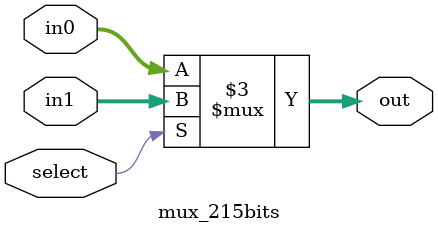
<source format=v>
`timescale 1ns / 1ps



module mux_215bits(
    input [4:0] in0,
    input [4:0] in1,
    output reg [4:0] out, 
    input select
    
);

always @* begin
    if (select) begin
        out = in1;
    end else begin
        out = in0;
    end
end

endmodule

</source>
